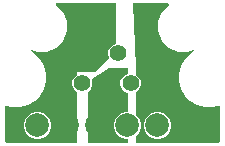
<source format=gbr>
G04 EAGLE Gerber X2 export*
%TF.Part,Single*%
%TF.FileFunction,Copper,L2,Bot,Mixed*%
%TF.FilePolarity,Positive*%
%TF.GenerationSoftware,Autodesk,EAGLE,8.6.0*%
%TF.CreationDate,2018-01-28T06:29:07Z*%
G75*
%MOMM*%
%FSLAX34Y34*%
%LPD*%
%AMOC8*
5,1,8,0,0,1.08239X$1,22.5*%
G01*
%ADD10C,1.408000*%
%ADD11C,2.000000*%

G36*
X71140Y10926D02*
X71140Y10926D01*
X71159Y10924D01*
X71261Y10946D01*
X71363Y10962D01*
X71380Y10972D01*
X71400Y10976D01*
X71489Y11029D01*
X71580Y11078D01*
X71594Y11092D01*
X71611Y11102D01*
X71678Y11181D01*
X71749Y11256D01*
X71758Y11274D01*
X71771Y11289D01*
X71810Y11385D01*
X71853Y11479D01*
X71855Y11499D01*
X71863Y11517D01*
X71881Y11684D01*
X71881Y52928D01*
X71862Y53044D01*
X71845Y53159D01*
X71842Y53165D01*
X71841Y53171D01*
X71787Y53274D01*
X71734Y53379D01*
X71729Y53383D01*
X71726Y53389D01*
X71642Y53469D01*
X71558Y53551D01*
X71552Y53554D01*
X71548Y53558D01*
X71531Y53566D01*
X71411Y53632D01*
X71248Y53699D01*
X68839Y56108D01*
X67535Y59256D01*
X67535Y62664D01*
X68839Y65812D01*
X71248Y68221D01*
X71411Y68288D01*
X71511Y68350D01*
X71611Y68410D01*
X71615Y68415D01*
X71620Y68418D01*
X71694Y68507D01*
X71771Y68597D01*
X71773Y68603D01*
X71777Y68607D01*
X71819Y68716D01*
X71863Y68825D01*
X71864Y68832D01*
X71865Y68837D01*
X71866Y68855D01*
X71881Y68992D01*
X71881Y70359D01*
X86360Y70359D01*
X86450Y70374D01*
X86541Y70381D01*
X86571Y70393D01*
X86603Y70399D01*
X86683Y70441D01*
X86767Y70477D01*
X86799Y70503D01*
X86820Y70514D01*
X86842Y70537D01*
X86898Y70582D01*
X98607Y82290D01*
X98675Y82385D01*
X98745Y82479D01*
X98747Y82485D01*
X98750Y82490D01*
X98784Y82601D01*
X98821Y82713D01*
X98821Y82719D01*
X98823Y82725D01*
X98820Y82842D01*
X98818Y82959D01*
X98816Y82966D01*
X98816Y82971D01*
X98810Y82988D01*
X98772Y83120D01*
X98135Y84656D01*
X98135Y88064D01*
X99439Y91212D01*
X101848Y93621D01*
X104431Y94691D01*
X104531Y94753D01*
X104631Y94812D01*
X104635Y94817D01*
X104640Y94820D01*
X104715Y94911D01*
X104791Y94999D01*
X104793Y95005D01*
X104797Y95010D01*
X104839Y95118D01*
X104883Y95227D01*
X104884Y95235D01*
X104885Y95239D01*
X104886Y95258D01*
X104901Y95394D01*
X104901Y128016D01*
X104898Y128036D01*
X104900Y128055D01*
X104878Y128157D01*
X104861Y128259D01*
X104852Y128276D01*
X104848Y128296D01*
X104795Y128385D01*
X104746Y128476D01*
X104732Y128490D01*
X104722Y128507D01*
X104643Y128574D01*
X104568Y128646D01*
X104550Y128654D01*
X104535Y128667D01*
X104439Y128706D01*
X104345Y128749D01*
X104325Y128751D01*
X104307Y128759D01*
X104140Y128777D01*
X54653Y128777D01*
X54583Y128766D01*
X54511Y128764D01*
X54462Y128746D01*
X54411Y128738D01*
X54347Y128704D01*
X54280Y128679D01*
X54239Y128647D01*
X54193Y128622D01*
X54144Y128570D01*
X54088Y128526D01*
X54060Y128482D01*
X54024Y128444D01*
X53994Y128379D01*
X53955Y128319D01*
X53942Y128268D01*
X53920Y128221D01*
X53912Y128150D01*
X53895Y128080D01*
X53899Y128028D01*
X53893Y127977D01*
X53908Y127906D01*
X53914Y127835D01*
X53934Y127787D01*
X53945Y127736D01*
X53982Y127675D01*
X54010Y127609D01*
X54055Y127553D01*
X54072Y127525D01*
X54089Y127510D01*
X54115Y127478D01*
X59963Y121630D01*
X63261Y113669D01*
X63261Y105051D01*
X59963Y97090D01*
X53870Y90997D01*
X45909Y87699D01*
X37291Y87699D01*
X33282Y89360D01*
X33210Y89377D01*
X33141Y89403D01*
X33091Y89405D01*
X33042Y89416D01*
X32969Y89409D01*
X32895Y89412D01*
X32847Y89398D01*
X32798Y89393D01*
X32730Y89363D01*
X32659Y89342D01*
X32618Y89313D01*
X32573Y89293D01*
X32518Y89243D01*
X32458Y89201D01*
X32429Y89161D01*
X32392Y89127D01*
X32356Y89062D01*
X32312Y89003D01*
X32297Y88955D01*
X32273Y88911D01*
X32260Y88839D01*
X32238Y88768D01*
X32238Y88718D01*
X32229Y88669D01*
X32240Y88596D01*
X32241Y88522D01*
X32258Y88475D01*
X32265Y88426D01*
X32299Y88360D01*
X32323Y88291D01*
X32354Y88251D01*
X32377Y88207D01*
X32429Y88155D01*
X32475Y88097D01*
X32530Y88057D01*
X32552Y88034D01*
X32582Y88018D01*
X32610Y87998D01*
X35769Y86174D01*
X40454Y81489D01*
X43766Y75752D01*
X45481Y69352D01*
X45481Y62727D01*
X43766Y56328D01*
X40454Y50591D01*
X35769Y45906D01*
X30032Y42594D01*
X23632Y40879D01*
X17008Y40879D01*
X11881Y42253D01*
X11762Y42265D01*
X11645Y42278D01*
X11640Y42277D01*
X11636Y42277D01*
X11521Y42251D01*
X11404Y42226D01*
X11401Y42223D01*
X11396Y42222D01*
X11295Y42160D01*
X11193Y42099D01*
X11190Y42096D01*
X11187Y42094D01*
X11110Y42003D01*
X11033Y41912D01*
X11032Y41909D01*
X11029Y41905D01*
X10986Y41795D01*
X10941Y41684D01*
X10941Y41679D01*
X10939Y41676D01*
X10939Y41663D01*
X10923Y41518D01*
X10923Y11684D01*
X10926Y11664D01*
X10924Y11645D01*
X10946Y11543D01*
X10962Y11441D01*
X10972Y11424D01*
X10976Y11404D01*
X11029Y11315D01*
X11078Y11224D01*
X11092Y11210D01*
X11102Y11193D01*
X11181Y11126D01*
X11256Y11054D01*
X11274Y11046D01*
X11289Y11033D01*
X11385Y10994D01*
X11479Y10951D01*
X11499Y10949D01*
X11517Y10941D01*
X11684Y10923D01*
X71120Y10923D01*
X71140Y10926D01*
G37*
G36*
X191536Y10926D02*
X191536Y10926D01*
X191555Y10924D01*
X191657Y10946D01*
X191759Y10962D01*
X191776Y10972D01*
X191796Y10976D01*
X191885Y11029D01*
X191976Y11078D01*
X191990Y11092D01*
X192007Y11102D01*
X192074Y11181D01*
X192146Y11256D01*
X192154Y11274D01*
X192167Y11289D01*
X192206Y11385D01*
X192249Y11479D01*
X192251Y11499D01*
X192259Y11517D01*
X192277Y11684D01*
X192277Y41518D01*
X192258Y41635D01*
X192240Y41752D01*
X192238Y41756D01*
X192238Y41760D01*
X192182Y41866D01*
X192127Y41971D01*
X192124Y41974D01*
X192122Y41978D01*
X192036Y42060D01*
X191951Y42142D01*
X191947Y42144D01*
X191944Y42147D01*
X191836Y42197D01*
X191729Y42248D01*
X191725Y42249D01*
X191721Y42251D01*
X191604Y42264D01*
X191485Y42278D01*
X191480Y42277D01*
X191477Y42278D01*
X191463Y42275D01*
X191319Y42253D01*
X186192Y40879D01*
X179568Y40879D01*
X173168Y42594D01*
X167431Y45906D01*
X162746Y50591D01*
X159434Y56328D01*
X157719Y62727D01*
X157719Y69352D01*
X159434Y75752D01*
X162746Y81489D01*
X167431Y86174D01*
X170590Y87998D01*
X170647Y88044D01*
X170710Y88083D01*
X170742Y88122D01*
X170780Y88153D01*
X170820Y88216D01*
X170867Y88273D01*
X170885Y88319D01*
X170911Y88362D01*
X170928Y88433D01*
X170955Y88502D01*
X170957Y88552D01*
X170969Y88601D01*
X170962Y88674D01*
X170965Y88748D01*
X170951Y88796D01*
X170947Y88846D01*
X170917Y88913D01*
X170897Y88984D01*
X170868Y89025D01*
X170848Y89071D01*
X170798Y89126D01*
X170756Y89186D01*
X170716Y89216D01*
X170683Y89253D01*
X170618Y89289D01*
X170559Y89333D01*
X170512Y89348D01*
X170468Y89373D01*
X170395Y89386D01*
X170325Y89409D01*
X170275Y89409D01*
X170226Y89418D01*
X170153Y89408D01*
X170079Y89407D01*
X170014Y89388D01*
X169982Y89383D01*
X169951Y89370D01*
X169918Y89360D01*
X165909Y87699D01*
X157291Y87699D01*
X149330Y90997D01*
X143237Y97090D01*
X139939Y105051D01*
X139939Y113669D01*
X143237Y121630D01*
X149085Y127478D01*
X149127Y127536D01*
X149176Y127588D01*
X149198Y127635D01*
X149228Y127677D01*
X149249Y127746D01*
X149280Y127811D01*
X149285Y127863D01*
X149301Y127913D01*
X149299Y127984D01*
X149307Y128055D01*
X149296Y128106D01*
X149294Y128158D01*
X149270Y128226D01*
X149255Y128296D01*
X149228Y128341D01*
X149210Y128389D01*
X149165Y128445D01*
X149128Y128507D01*
X149089Y128541D01*
X149056Y128581D01*
X148996Y128620D01*
X148941Y128667D01*
X148893Y128686D01*
X148849Y128714D01*
X148780Y128732D01*
X148713Y128759D01*
X148642Y128767D01*
X148611Y128775D01*
X148587Y128773D01*
X148547Y128777D01*
X119847Y128777D01*
X119813Y128772D01*
X119778Y128774D01*
X119692Y128752D01*
X119605Y128738D01*
X119574Y128721D01*
X119539Y128712D01*
X119465Y128664D01*
X119387Y128622D01*
X119363Y128597D01*
X119334Y128578D01*
X119279Y128508D01*
X119218Y128444D01*
X119203Y128412D01*
X119181Y128385D01*
X119152Y128301D01*
X119114Y128221D01*
X119110Y128186D01*
X119099Y128153D01*
X119087Y127986D01*
X121159Y76184D01*
X121159Y68975D01*
X121178Y68860D01*
X121195Y68744D01*
X121198Y68738D01*
X121199Y68732D01*
X121253Y68629D01*
X121306Y68525D01*
X121311Y68520D01*
X121314Y68515D01*
X121398Y68435D01*
X121482Y68353D01*
X121488Y68349D01*
X121492Y68346D01*
X121509Y68338D01*
X121629Y68272D01*
X121752Y68221D01*
X124161Y65812D01*
X125465Y62664D01*
X125465Y59256D01*
X124161Y56108D01*
X121752Y53699D01*
X121629Y53648D01*
X121529Y53586D01*
X121429Y53527D01*
X121425Y53522D01*
X121420Y53519D01*
X121345Y53428D01*
X121269Y53340D01*
X121267Y53334D01*
X121263Y53329D01*
X121221Y53220D01*
X121177Y53112D01*
X121176Y53104D01*
X121175Y53100D01*
X121174Y53081D01*
X121159Y52945D01*
X121159Y35155D01*
X121174Y35065D01*
X121181Y34974D01*
X121193Y34944D01*
X121199Y34912D01*
X121241Y34832D01*
X121277Y34748D01*
X121303Y34716D01*
X121314Y34695D01*
X121337Y34673D01*
X121382Y34617D01*
X124070Y31928D01*
X125825Y27692D01*
X125825Y23108D01*
X124070Y18872D01*
X121382Y16183D01*
X121329Y16109D01*
X121269Y16040D01*
X121257Y16010D01*
X121238Y15984D01*
X121211Y15897D01*
X121177Y15812D01*
X121173Y15771D01*
X121166Y15748D01*
X121167Y15716D01*
X121159Y15645D01*
X121159Y11684D01*
X121162Y11664D01*
X121160Y11645D01*
X121182Y11543D01*
X121199Y11441D01*
X121208Y11424D01*
X121212Y11404D01*
X121265Y11315D01*
X121314Y11224D01*
X121328Y11210D01*
X121338Y11193D01*
X121417Y11126D01*
X121492Y11054D01*
X121510Y11046D01*
X121525Y11033D01*
X121621Y10994D01*
X121715Y10951D01*
X121735Y10949D01*
X121753Y10941D01*
X121920Y10923D01*
X191516Y10923D01*
X191536Y10926D01*
G37*
G36*
X114320Y10926D02*
X114320Y10926D01*
X114339Y10924D01*
X114441Y10946D01*
X114543Y10962D01*
X114560Y10972D01*
X114580Y10976D01*
X114669Y11029D01*
X114760Y11078D01*
X114774Y11092D01*
X114791Y11102D01*
X114858Y11181D01*
X114930Y11256D01*
X114938Y11274D01*
X114951Y11289D01*
X114990Y11385D01*
X115033Y11479D01*
X115035Y11499D01*
X115043Y11517D01*
X115061Y11684D01*
X115061Y13114D01*
X115058Y13134D01*
X115060Y13153D01*
X115038Y13255D01*
X115022Y13357D01*
X115012Y13374D01*
X115008Y13394D01*
X114955Y13483D01*
X114906Y13574D01*
X114892Y13588D01*
X114882Y13605D01*
X114803Y13672D01*
X114728Y13744D01*
X114710Y13752D01*
X114695Y13765D01*
X114599Y13804D01*
X114505Y13847D01*
X114485Y13849D01*
X114467Y13857D01*
X114300Y13875D01*
X112008Y13875D01*
X107772Y15630D01*
X104530Y18872D01*
X102775Y23108D01*
X102775Y27692D01*
X104530Y31928D01*
X107772Y35170D01*
X112008Y36925D01*
X114300Y36925D01*
X114320Y36928D01*
X114339Y36926D01*
X114441Y36948D01*
X114543Y36964D01*
X114560Y36974D01*
X114580Y36978D01*
X114669Y37031D01*
X114760Y37080D01*
X114774Y37094D01*
X114791Y37104D01*
X114858Y37183D01*
X114930Y37258D01*
X114938Y37276D01*
X114951Y37291D01*
X114990Y37387D01*
X115033Y37481D01*
X115035Y37501D01*
X115043Y37519D01*
X115061Y37686D01*
X115061Y51943D01*
X115042Y52057D01*
X115025Y52174D01*
X115023Y52179D01*
X115022Y52185D01*
X114967Y52288D01*
X114914Y52393D01*
X114909Y52397D01*
X114906Y52403D01*
X114822Y52483D01*
X114738Y52565D01*
X114732Y52569D01*
X114728Y52572D01*
X114711Y52580D01*
X114591Y52646D01*
X112048Y53699D01*
X109639Y56108D01*
X108335Y59256D01*
X108335Y62664D01*
X109639Y65812D01*
X112048Y68221D01*
X114591Y69274D01*
X114691Y69336D01*
X114791Y69396D01*
X114795Y69400D01*
X114800Y69404D01*
X114875Y69494D01*
X114951Y69583D01*
X114953Y69588D01*
X114957Y69593D01*
X114999Y69702D01*
X115043Y69811D01*
X115044Y69818D01*
X115045Y69823D01*
X115046Y69841D01*
X115061Y69977D01*
X115061Y73660D01*
X115058Y73680D01*
X115060Y73699D01*
X115038Y73801D01*
X115022Y73903D01*
X115012Y73920D01*
X115008Y73940D01*
X114955Y74029D01*
X114906Y74120D01*
X114892Y74134D01*
X114882Y74151D01*
X114803Y74218D01*
X114728Y74290D01*
X114710Y74298D01*
X114695Y74311D01*
X114599Y74350D01*
X114505Y74393D01*
X114485Y74395D01*
X114467Y74403D01*
X114300Y74421D01*
X99060Y74421D01*
X99032Y74417D01*
X99003Y74419D01*
X98911Y74397D01*
X98817Y74382D01*
X98792Y74368D01*
X98764Y74361D01*
X98618Y74279D01*
X84630Y64288D01*
X84589Y64248D01*
X84543Y64216D01*
X84503Y64162D01*
X84455Y64115D01*
X84430Y64064D01*
X84396Y64018D01*
X84375Y63955D01*
X84345Y63895D01*
X84338Y63839D01*
X84320Y63785D01*
X84321Y63718D01*
X84311Y63651D01*
X84322Y63595D01*
X84322Y63539D01*
X84351Y63440D01*
X84357Y63410D01*
X84363Y63398D01*
X84369Y63377D01*
X84665Y62664D01*
X84665Y59256D01*
X83361Y56108D01*
X80931Y53679D01*
X80889Y53653D01*
X80789Y53593D01*
X80785Y53588D01*
X80780Y53585D01*
X80705Y53495D01*
X80629Y53406D01*
X80627Y53400D01*
X80623Y53395D01*
X80581Y53287D01*
X80537Y53178D01*
X80536Y53170D01*
X80535Y53166D01*
X80534Y53148D01*
X80519Y53011D01*
X80519Y11684D01*
X80522Y11664D01*
X80520Y11645D01*
X80542Y11543D01*
X80559Y11441D01*
X80568Y11424D01*
X80572Y11404D01*
X80625Y11315D01*
X80674Y11224D01*
X80688Y11210D01*
X80698Y11193D01*
X80777Y11126D01*
X80852Y11054D01*
X80870Y11046D01*
X80885Y11033D01*
X80981Y10994D01*
X81075Y10951D01*
X81095Y10949D01*
X81113Y10941D01*
X81280Y10923D01*
X114300Y10923D01*
X114320Y10926D01*
G37*
%LPC*%
G36*
X137408Y13875D02*
X137408Y13875D01*
X133172Y15630D01*
X129930Y18872D01*
X128175Y23108D01*
X128175Y27692D01*
X129930Y31928D01*
X133172Y35170D01*
X137408Y36925D01*
X141992Y36925D01*
X146228Y35170D01*
X149470Y31928D01*
X151225Y27692D01*
X151225Y23108D01*
X149470Y18872D01*
X146228Y15630D01*
X141992Y13875D01*
X137408Y13875D01*
G37*
%LPD*%
%LPC*%
G36*
X35808Y13875D02*
X35808Y13875D01*
X31572Y15630D01*
X28330Y18872D01*
X26575Y23108D01*
X26575Y27692D01*
X28330Y31928D01*
X31572Y35170D01*
X35808Y36925D01*
X40392Y36925D01*
X44628Y35170D01*
X47870Y31928D01*
X49625Y27692D01*
X49625Y23108D01*
X47870Y18872D01*
X44628Y15630D01*
X40392Y13875D01*
X35808Y13875D01*
G37*
%LPD*%
D10*
X106700Y86360D03*
X96500Y60960D03*
X116900Y60960D03*
X127100Y86360D03*
X86300Y86360D03*
X76100Y60960D03*
D11*
X63500Y25400D03*
X114300Y25400D03*
X165100Y25400D03*
X38100Y25400D03*
X88900Y25400D03*
X139700Y25400D03*
M02*

</source>
